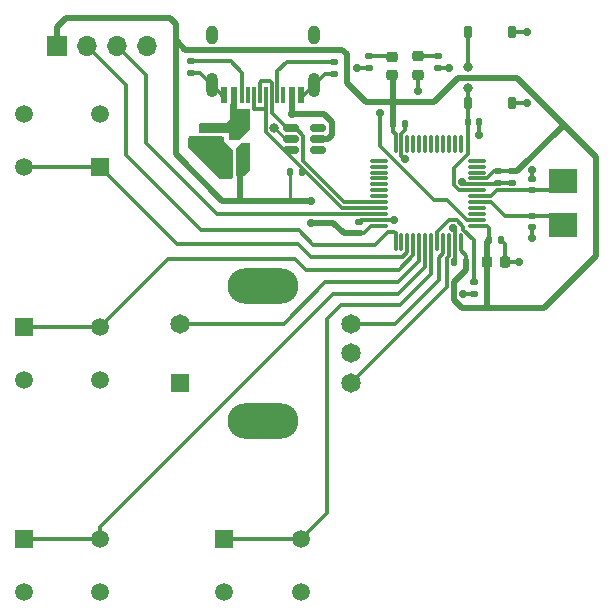
<source format=gtl>
G04 #@! TF.GenerationSoftware,KiCad,Pcbnew,(6.0.6-0)*
G04 #@! TF.CreationDate,2022-08-29T18:48:32+01:00*
G04 #@! TF.ProjectId,Spinny,5370696e-6e79-42e6-9b69-6361645f7063,rev?*
G04 #@! TF.SameCoordinates,Original*
G04 #@! TF.FileFunction,Copper,L1,Top*
G04 #@! TF.FilePolarity,Positive*
%FSLAX46Y46*%
G04 Gerber Fmt 4.6, Leading zero omitted, Abs format (unit mm)*
G04 Created by KiCad (PCBNEW (6.0.6-0)) date 2022-08-29 18:48:32*
%MOMM*%
%LPD*%
G01*
G04 APERTURE LIST*
G04 Aperture macros list*
%AMRoundRect*
0 Rectangle with rounded corners*
0 $1 Rounding radius*
0 $2 $3 $4 $5 $6 $7 $8 $9 X,Y pos of 4 corners*
0 Add a 4 corners polygon primitive as box body*
4,1,4,$2,$3,$4,$5,$6,$7,$8,$9,$2,$3,0*
0 Add four circle primitives for the rounded corners*
1,1,$1+$1,$2,$3*
1,1,$1+$1,$4,$5*
1,1,$1+$1,$6,$7*
1,1,$1+$1,$8,$9*
0 Add four rect primitives between the rounded corners*
20,1,$1+$1,$2,$3,$4,$5,0*
20,1,$1+$1,$4,$5,$6,$7,0*
20,1,$1+$1,$6,$7,$8,$9,0*
20,1,$1+$1,$8,$9,$2,$3,0*%
G04 Aperture macros list end*
G04 #@! TA.AperFunction,ComponentPad*
%ADD10C,1.508000*%
G04 #@! TD*
G04 #@! TA.AperFunction,ComponentPad*
%ADD11R,1.508000X1.508000*%
G04 #@! TD*
G04 #@! TA.AperFunction,SMDPad,CuDef*
%ADD12RoundRect,0.218750X-0.256250X0.218750X-0.256250X-0.218750X0.256250X-0.218750X0.256250X0.218750X0*%
G04 #@! TD*
G04 #@! TA.AperFunction,SMDPad,CuDef*
%ADD13RoundRect,0.135000X-0.185000X0.135000X-0.185000X-0.135000X0.185000X-0.135000X0.185000X0.135000X0*%
G04 #@! TD*
G04 #@! TA.AperFunction,SMDPad,CuDef*
%ADD14RoundRect,0.140000X-0.140000X-0.170000X0.140000X-0.170000X0.140000X0.170000X-0.140000X0.170000X0*%
G04 #@! TD*
G04 #@! TA.AperFunction,ComponentPad*
%ADD15R,1.650000X1.650000*%
G04 #@! TD*
G04 #@! TA.AperFunction,ComponentPad*
%ADD16C,1.650000*%
G04 #@! TD*
G04 #@! TA.AperFunction,ComponentPad*
%ADD17O,6.000000X3.000000*%
G04 #@! TD*
G04 #@! TA.AperFunction,SMDPad,CuDef*
%ADD18R,2.400000X2.000000*%
G04 #@! TD*
G04 #@! TA.AperFunction,SMDPad,CuDef*
%ADD19RoundRect,0.075000X0.662500X0.075000X-0.662500X0.075000X-0.662500X-0.075000X0.662500X-0.075000X0*%
G04 #@! TD*
G04 #@! TA.AperFunction,SMDPad,CuDef*
%ADD20RoundRect,0.075000X0.075000X0.662500X-0.075000X0.662500X-0.075000X-0.662500X0.075000X-0.662500X0*%
G04 #@! TD*
G04 #@! TA.AperFunction,SMDPad,CuDef*
%ADD21R,0.600000X1.450000*%
G04 #@! TD*
G04 #@! TA.AperFunction,SMDPad,CuDef*
%ADD22R,0.300000X1.450000*%
G04 #@! TD*
G04 #@! TA.AperFunction,ComponentPad*
%ADD23O,1.000000X1.600000*%
G04 #@! TD*
G04 #@! TA.AperFunction,ComponentPad*
%ADD24O,1.000000X2.100000*%
G04 #@! TD*
G04 #@! TA.AperFunction,SMDPad,CuDef*
%ADD25RoundRect,0.150000X0.150000X-0.587500X0.150000X0.587500X-0.150000X0.587500X-0.150000X-0.587500X0*%
G04 #@! TD*
G04 #@! TA.AperFunction,SMDPad,CuDef*
%ADD26RoundRect,0.140000X0.140000X0.170000X-0.140000X0.170000X-0.140000X-0.170000X0.140000X-0.170000X0*%
G04 #@! TD*
G04 #@! TA.AperFunction,SMDPad,CuDef*
%ADD27RoundRect,0.140000X-0.170000X0.140000X-0.170000X-0.140000X0.170000X-0.140000X0.170000X0.140000X0*%
G04 #@! TD*
G04 #@! TA.AperFunction,SMDPad,CuDef*
%ADD28RoundRect,0.140000X0.170000X-0.140000X0.170000X0.140000X-0.170000X0.140000X-0.170000X-0.140000X0*%
G04 #@! TD*
G04 #@! TA.AperFunction,SMDPad,CuDef*
%ADD29RoundRect,0.135000X-0.135000X-0.185000X0.135000X-0.185000X0.135000X0.185000X-0.135000X0.185000X0*%
G04 #@! TD*
G04 #@! TA.AperFunction,SMDPad,CuDef*
%ADD30RoundRect,0.225000X-0.225000X-0.250000X0.225000X-0.250000X0.225000X0.250000X-0.225000X0.250000X0*%
G04 #@! TD*
G04 #@! TA.AperFunction,SMDPad,CuDef*
%ADD31RoundRect,0.135000X0.185000X-0.135000X0.185000X0.135000X-0.185000X0.135000X-0.185000X-0.135000X0*%
G04 #@! TD*
G04 #@! TA.AperFunction,SMDPad,CuDef*
%ADD32RoundRect,0.150000X-0.512500X-0.150000X0.512500X-0.150000X0.512500X0.150000X-0.512500X0.150000X0*%
G04 #@! TD*
G04 #@! TA.AperFunction,ComponentPad*
%ADD33R,1.700000X1.700000*%
G04 #@! TD*
G04 #@! TA.AperFunction,ComponentPad*
%ADD34O,1.700000X1.700000*%
G04 #@! TD*
G04 #@! TA.AperFunction,SMDPad,CuDef*
%ADD35RoundRect,0.187500X0.187500X-0.312500X0.187500X0.312500X-0.187500X0.312500X-0.187500X-0.312500X0*%
G04 #@! TD*
G04 #@! TA.AperFunction,ViaPad*
%ADD36C,0.700000*%
G04 #@! TD*
G04 #@! TA.AperFunction,ViaPad*
%ADD37C,0.800000*%
G04 #@! TD*
G04 #@! TA.AperFunction,Conductor*
%ADD38C,0.500000*%
G04 #@! TD*
G04 #@! TA.AperFunction,Conductor*
%ADD39C,0.300000*%
G04 #@! TD*
G04 #@! TA.AperFunction,Conductor*
%ADD40C,0.250000*%
G04 #@! TD*
G04 APERTURE END LIST*
D10*
G04 #@! TO.P,SW2,1,1*
G04 #@! TO.N,BTN_2*
X136250000Y-97750000D03*
D11*
X129750000Y-97750000D03*
D10*
G04 #@! TO.P,SW2,2,2*
G04 #@! TO.N,GND*
X136250000Y-102250000D03*
X129750000Y-102250000D03*
G04 #@! TD*
D12*
G04 #@! TO.P,D1,1,K*
G04 #@! TO.N,Net-(D1-Pad1)*
X160950000Y-74877500D03*
G04 #@! TO.P,D1,2,A*
G04 #@! TO.N,+3.3VA*
X160950000Y-76452500D03*
G04 #@! TD*
D11*
G04 #@! TO.P,SW3,1,1*
G04 #@! TO.N,BTN_3*
X129750000Y-115750000D03*
D10*
X136250000Y-115750000D03*
G04 #@! TO.P,SW3,2,2*
G04 #@! TO.N,GND*
X136250000Y-120250000D03*
X129750000Y-120250000D03*
G04 #@! TD*
D13*
G04 #@! TO.P,R4,1*
G04 #@! TO.N,/BOOT0*
X167850000Y-93940000D03*
G04 #@! TO.P,R4,2*
G04 #@! TO.N,GND*
X167850000Y-94960000D03*
G04 #@! TD*
D14*
G04 #@! TO.P,C5,1*
G04 #@! TO.N,+3.3VA*
X161050000Y-80600000D03*
G04 #@! TO.P,C5,2*
G04 #@! TO.N,GND*
X162010000Y-80600000D03*
G04 #@! TD*
G04 #@! TO.P,C12,1*
G04 #@! TO.N,NRST*
X167370000Y-80450000D03*
G04 #@! TO.P,C12,2*
G04 #@! TO.N,GND*
X168330000Y-80450000D03*
G04 #@! TD*
D15*
G04 #@! TO.P,MT1,1*
G04 #@! TO.N,GND*
X143000000Y-102500000D03*
D16*
G04 #@! TO.P,MT1,2*
G04 #@! TO.N,BTN_5*
X143000000Y-97500000D03*
G04 #@! TO.P,MT1,A,A*
G04 #@! TO.N,ENC_A*
X157500000Y-102500000D03*
G04 #@! TO.P,MT1,B,B*
G04 #@! TO.N,ENC_B*
X157500000Y-97500000D03*
G04 #@! TO.P,MT1,COM,COM*
G04 #@! TO.N,GND*
X157500000Y-100000000D03*
D17*
G04 #@! TO.P,MT1,S1,SHIELD*
G04 #@! TO.N,unconnected-(MT1-PadS1)*
X150000000Y-105700000D03*
G04 #@! TO.P,MT1,S2,SHIELD*
G04 #@! TO.N,unconnected-(MT1-PadS2)*
X150000000Y-94300000D03*
G04 #@! TD*
D18*
G04 #@! TO.P,Y1,1,1*
G04 #@! TO.N,/HSE_IN*
X175410000Y-89120000D03*
G04 #@! TO.P,Y1,2,2*
G04 #@! TO.N,/HSE_OUT*
X175410000Y-85420000D03*
G04 #@! TD*
D10*
G04 #@! TO.P,SW1,1,1*
G04 #@! TO.N,BTN_1*
X129750000Y-84250000D03*
D11*
X136250000Y-84250000D03*
D10*
G04 #@! TO.P,SW1,2,2*
G04 #@! TO.N,GND*
X136250000Y-79750000D03*
X129750000Y-79750000D03*
G04 #@! TD*
D19*
G04 #@! TO.P,U3,1,VBAT*
G04 #@! TO.N,+3.3VA*
X168162500Y-89200000D03*
G04 #@! TO.P,U3,2,PC13*
G04 #@! TO.N,LED_STS*
X168162500Y-88700000D03*
G04 #@! TO.P,U3,3,PC14*
G04 #@! TO.N,unconnected-(U3-Pad3)*
X168162500Y-88200000D03*
G04 #@! TO.P,U3,4,PC15*
G04 #@! TO.N,unconnected-(U3-Pad4)*
X168162500Y-87700000D03*
G04 #@! TO.P,U3,5,PD0*
G04 #@! TO.N,/HSE_IN*
X168162500Y-87200000D03*
G04 #@! TO.P,U3,6,PD1*
G04 #@! TO.N,/HSE_OUT*
X168162500Y-86700000D03*
G04 #@! TO.P,U3,7,NRST*
G04 #@! TO.N,NRST*
X168162500Y-86200000D03*
G04 #@! TO.P,U3,8,VSSA*
G04 #@! TO.N,GND*
X168162500Y-85700000D03*
G04 #@! TO.P,U3,9,VDDA*
G04 #@! TO.N,+3.3VA*
X168162500Y-85200000D03*
G04 #@! TO.P,U3,10,PA0*
G04 #@! TO.N,unconnected-(U3-Pad10)*
X168162500Y-84700000D03*
G04 #@! TO.P,U3,11,PA1*
G04 #@! TO.N,unconnected-(U3-Pad11)*
X168162500Y-84200000D03*
G04 #@! TO.P,U3,12,PA2*
G04 #@! TO.N,unconnected-(U3-Pad12)*
X168162500Y-83700000D03*
D20*
G04 #@! TO.P,U3,13,PA3*
G04 #@! TO.N,unconnected-(U3-Pad13)*
X166750000Y-82287500D03*
G04 #@! TO.P,U3,14,PA4*
G04 #@! TO.N,unconnected-(U3-Pad14)*
X166250000Y-82287500D03*
G04 #@! TO.P,U3,15,PA5*
G04 #@! TO.N,unconnected-(U3-Pad15)*
X165750000Y-82287500D03*
G04 #@! TO.P,U3,16,PA6*
G04 #@! TO.N,unconnected-(U3-Pad16)*
X165250000Y-82287500D03*
G04 #@! TO.P,U3,17,PA7*
G04 #@! TO.N,unconnected-(U3-Pad17)*
X164750000Y-82287500D03*
G04 #@! TO.P,U3,18,PB0*
G04 #@! TO.N,unconnected-(U3-Pad18)*
X164250000Y-82287500D03*
G04 #@! TO.P,U3,19,PB1*
G04 #@! TO.N,unconnected-(U3-Pad19)*
X163750000Y-82287500D03*
G04 #@! TO.P,U3,20,PB2*
G04 #@! TO.N,unconnected-(U3-Pad20)*
X163250000Y-82287500D03*
G04 #@! TO.P,U3,21,PB10*
G04 #@! TO.N,unconnected-(U3-Pad21)*
X162750000Y-82287500D03*
G04 #@! TO.P,U3,22,PB11*
G04 #@! TO.N,unconnected-(U3-Pad22)*
X162250000Y-82287500D03*
G04 #@! TO.P,U3,23,VSS*
G04 #@! TO.N,GND*
X161750000Y-82287500D03*
G04 #@! TO.P,U3,24,VDD*
G04 #@! TO.N,+3.3VA*
X161250000Y-82287500D03*
D19*
G04 #@! TO.P,U3,25,PB12*
G04 #@! TO.N,unconnected-(U3-Pad25)*
X159837500Y-83700000D03*
G04 #@! TO.P,U3,26,PB13*
G04 #@! TO.N,unconnected-(U3-Pad26)*
X159837500Y-84200000D03*
G04 #@! TO.P,U3,27,PB14*
G04 #@! TO.N,unconnected-(U3-Pad27)*
X159837500Y-84700000D03*
G04 #@! TO.P,U3,28,PB15*
G04 #@! TO.N,unconnected-(U3-Pad28)*
X159837500Y-85200000D03*
G04 #@! TO.P,U3,29,PA8*
G04 #@! TO.N,unconnected-(U3-Pad29)*
X159837500Y-85700000D03*
G04 #@! TO.P,U3,30,PA9*
G04 #@! TO.N,unconnected-(U3-Pad30)*
X159837500Y-86200000D03*
G04 #@! TO.P,U3,31,PA10*
G04 #@! TO.N,unconnected-(U3-Pad31)*
X159837500Y-86700000D03*
G04 #@! TO.P,U3,32,PA11*
G04 #@! TO.N,USB_D-*
X159837500Y-87200000D03*
G04 #@! TO.P,U3,33,PA12*
G04 #@! TO.N,USB_D+*
X159837500Y-87700000D03*
G04 #@! TO.P,U3,34,PA13*
G04 #@! TO.N,SWDIO*
X159837500Y-88200000D03*
G04 #@! TO.P,U3,35,VSS*
G04 #@! TO.N,GND*
X159837500Y-88700000D03*
G04 #@! TO.P,U3,36,VDD*
G04 #@! TO.N,+3.3VA*
X159837500Y-89200000D03*
D20*
G04 #@! TO.P,U3,37,PA14*
G04 #@! TO.N,SWCLK*
X161250000Y-90612500D03*
G04 #@! TO.P,U3,38,PA15*
G04 #@! TO.N,unconnected-(U3-Pad38)*
X161750000Y-90612500D03*
G04 #@! TO.P,U3,39,PB3*
G04 #@! TO.N,BTN_1*
X162250000Y-90612500D03*
G04 #@! TO.P,U3,40,PB4*
G04 #@! TO.N,BTN_2*
X162750000Y-90612500D03*
G04 #@! TO.P,U3,41,PB5*
G04 #@! TO.N,BTN_5*
X163250000Y-90612500D03*
G04 #@! TO.P,U3,42,PB6*
G04 #@! TO.N,BTN_3*
X163750000Y-90612500D03*
G04 #@! TO.P,U3,43,PB7*
G04 #@! TO.N,BTN_4*
X164250000Y-90612500D03*
G04 #@! TO.P,U3,44,BOOT0*
G04 #@! TO.N,/BOOT0*
X164750000Y-90612500D03*
G04 #@! TO.P,U3,45,PB8*
G04 #@! TO.N,ENC_B*
X165250000Y-90612500D03*
G04 #@! TO.P,U3,46,PB9*
G04 #@! TO.N,ENC_A*
X165750000Y-90612500D03*
G04 #@! TO.P,U3,47,VSS*
G04 #@! TO.N,GND*
X166250000Y-90612500D03*
G04 #@! TO.P,U3,48,VDD*
G04 #@! TO.N,+3.3VA*
X166750000Y-90612500D03*
G04 #@! TD*
D21*
G04 #@! TO.P,J1,A1,GND*
G04 #@! TO.N,GND*
X153250000Y-78175000D03*
G04 #@! TO.P,J1,A4,VBUS*
G04 #@! TO.N,+5V*
X152450000Y-78175000D03*
D22*
G04 #@! TO.P,J1,A5,CC1*
G04 #@! TO.N,Net-(J1-PadA5)*
X151250000Y-78175000D03*
G04 #@! TO.P,J1,A6,D+*
G04 #@! TO.N,USB_D+*
X150250000Y-78175000D03*
G04 #@! TO.P,J1,A7,D-*
G04 #@! TO.N,USB_D-*
X149750000Y-78175000D03*
G04 #@! TO.P,J1,A8,SBU1*
G04 #@! TO.N,unconnected-(J1-PadA8)*
X148750000Y-78175000D03*
D21*
G04 #@! TO.P,J1,A9,VBUS*
G04 #@! TO.N,+5V*
X147550000Y-78175000D03*
G04 #@! TO.P,J1,A12,GND*
G04 #@! TO.N,GND*
X146750000Y-78175000D03*
G04 #@! TO.P,J1,B1,GND*
X146750000Y-78175000D03*
G04 #@! TO.P,J1,B4,VBUS*
G04 #@! TO.N,+5V*
X147550000Y-78175000D03*
D22*
G04 #@! TO.P,J1,B5,CC2*
G04 #@! TO.N,Net-(J1-PadB5)*
X148250000Y-78175000D03*
G04 #@! TO.P,J1,B6,D+*
G04 #@! TO.N,USB_D+*
X149250000Y-78175000D03*
G04 #@! TO.P,J1,B7,D-*
G04 #@! TO.N,USB_D-*
X150750000Y-78175000D03*
G04 #@! TO.P,J1,B8,SBU2*
G04 #@! TO.N,unconnected-(J1-PadB8)*
X151750000Y-78175000D03*
D21*
G04 #@! TO.P,J1,B9,VBUS*
G04 #@! TO.N,+5V*
X152450000Y-78175000D03*
G04 #@! TO.P,J1,B12,GND*
G04 #@! TO.N,GND*
X153250000Y-78175000D03*
D23*
G04 #@! TO.P,J1,S1,SHIELD*
X154320000Y-73080000D03*
D24*
X145680000Y-77260000D03*
X154320000Y-77260000D03*
D23*
X145680000Y-73080000D03*
G04 #@! TD*
D25*
G04 #@! TO.P,U1,1,GND*
G04 #@! TO.N,GND*
X146600000Y-82980000D03*
G04 #@! TO.P,U1,2,VO*
G04 #@! TO.N,+3.3VA*
X148500000Y-82980000D03*
G04 #@! TO.P,U1,3,VI*
G04 #@! TO.N,+5V*
X147550000Y-81105000D03*
G04 #@! TD*
D26*
G04 #@! TO.P,C7,1*
G04 #@! TO.N,+3.3VA*
X167180000Y-92300000D03*
G04 #@! TO.P,C7,2*
G04 #@! TO.N,GND*
X166220000Y-92300000D03*
G04 #@! TD*
D13*
G04 #@! TO.P,R6,1*
G04 #@! TO.N,Net-(D2-Pad1)*
X164850000Y-74840000D03*
G04 #@! TO.P,R6,2*
G04 #@! TO.N,GND*
X164850000Y-75860000D03*
G04 #@! TD*
D14*
G04 #@! TO.P,C4,1*
G04 #@! TO.N,+3.3VA*
X169200000Y-90400000D03*
G04 #@! TO.P,C4,2*
G04 #@! TO.N,GND*
X170160000Y-90400000D03*
G04 #@! TD*
D12*
G04 #@! TO.P,D2,1,K*
G04 #@! TO.N,Net-(D2-Pad1)*
X163150000Y-74840000D03*
G04 #@! TO.P,D2,2,A*
G04 #@! TO.N,LED_STS*
X163150000Y-76415000D03*
G04 #@! TD*
D27*
G04 #@! TO.P,C8,1*
G04 #@! TO.N,+3.3VA*
X171150000Y-84600000D03*
G04 #@! TO.P,C8,2*
G04 #@! TO.N,GND*
X171150000Y-85560000D03*
G04 #@! TD*
G04 #@! TO.P,C10,1*
G04 #@! TO.N,/HSE_IN*
X172810000Y-88350000D03*
G04 #@! TO.P,C10,2*
G04 #@! TO.N,GND*
X172810000Y-89310000D03*
G04 #@! TD*
G04 #@! TO.P,C1,1*
G04 #@! TO.N,+5V*
X145100000Y-81020000D03*
G04 #@! TO.P,C1,2*
G04 #@! TO.N,GND*
X145100000Y-81980000D03*
G04 #@! TD*
D13*
G04 #@! TO.P,R1,1*
G04 #@! TO.N,Net-(J1-PadA5)*
X156050000Y-75300000D03*
G04 #@! TO.P,R1,2*
G04 #@! TO.N,GND*
X156050000Y-76320000D03*
G04 #@! TD*
G04 #@! TO.P,R3,1*
G04 #@! TO.N,Net-(D1-Pad1)*
X159000000Y-74850000D03*
G04 #@! TO.P,R3,2*
G04 #@! TO.N,GND*
X159000000Y-75870000D03*
G04 #@! TD*
D28*
G04 #@! TO.P,C11,1*
G04 #@! TO.N,/HSE_OUT*
X172810000Y-86186000D03*
G04 #@! TO.P,C11,2*
G04 #@! TO.N,GND*
X172810000Y-85226000D03*
G04 #@! TD*
D29*
G04 #@! TO.P,R5,1*
G04 #@! TO.N,+3.3VA*
X152290000Y-84680000D03*
G04 #@! TO.P,R5,2*
G04 #@! TO.N,USB_D+*
X153310000Y-84680000D03*
G04 #@! TD*
D30*
G04 #@! TO.P,C3,1*
G04 #@! TO.N,+3.3VA*
X169000000Y-92300000D03*
G04 #@! TO.P,C3,2*
G04 #@! TO.N,GND*
X170550000Y-92300000D03*
G04 #@! TD*
D31*
G04 #@! TO.P,R2,1*
G04 #@! TO.N,GND*
X143940000Y-76310000D03*
G04 #@! TO.P,R2,2*
G04 #@! TO.N,Net-(J1-PadB5)*
X143940000Y-75290000D03*
G04 #@! TD*
D28*
G04 #@! TO.P,C6,1*
G04 #@! TO.N,+3.3VA*
X158150000Y-89850000D03*
G04 #@! TO.P,C6,2*
G04 #@! TO.N,GND*
X158150000Y-88890000D03*
G04 #@! TD*
D32*
G04 #@! TO.P,U2,1,IO1*
G04 #@! TO.N,USB_D-*
X152382500Y-80930000D03*
G04 #@! TO.P,U2,2,VN*
G04 #@! TO.N,GND*
X152382500Y-81880000D03*
G04 #@! TO.P,U2,3,IO2*
G04 #@! TO.N,USB_D+*
X152382500Y-82830000D03*
G04 #@! TO.P,U2,4,IO3*
G04 #@! TO.N,unconnected-(U2-Pad4)*
X154657500Y-82830000D03*
G04 #@! TO.P,U2,5,VP*
G04 #@! TO.N,+5V*
X154657500Y-81880000D03*
G04 #@! TO.P,U2,6,IO4*
G04 #@! TO.N,unconnected-(U2-Pad6)*
X154657500Y-80930000D03*
G04 #@! TD*
D27*
G04 #@! TO.P,C9,1*
G04 #@! TO.N,+3.3VA*
X169900000Y-84600000D03*
G04 #@! TO.P,C9,2*
G04 #@! TO.N,GND*
X169900000Y-85560000D03*
G04 #@! TD*
D33*
G04 #@! TO.P,J2,1,Pin_1*
G04 #@! TO.N,+3.3VA*
X132600000Y-73990000D03*
D34*
G04 #@! TO.P,J2,2,Pin_2*
G04 #@! TO.N,SWCLK*
X135140000Y-73990000D03*
G04 #@! TO.P,J2,3,Pin_3*
G04 #@! TO.N,SWDIO*
X137680000Y-73990000D03*
G04 #@! TO.P,J2,4,Pin_4*
G04 #@! TO.N,GND*
X140220000Y-73990000D03*
G04 #@! TD*
D26*
G04 #@! TO.P,C2,1*
G04 #@! TO.N,+3.3VA*
X148060000Y-84580000D03*
G04 #@! TO.P,C2,2*
G04 #@! TO.N,GND*
X147100000Y-84580000D03*
G04 #@! TD*
D11*
G04 #@! TO.P,SW4,1,1*
G04 #@! TO.N,BTN_4*
X146750000Y-115750000D03*
D10*
X153250000Y-115750000D03*
G04 #@! TO.P,SW4,2,2*
G04 #@! TO.N,GND*
X146750000Y-120250000D03*
X153250000Y-120250000D03*
G04 #@! TD*
D35*
G04 #@! TO.P,SW5,1,1*
G04 #@! TO.N,NRST*
X167375000Y-78800000D03*
X167375000Y-72800000D03*
G04 #@! TO.P,SW5,2,2*
G04 #@! TO.N,GND*
X171125000Y-72800000D03*
X171125000Y-78800000D03*
G04 #@! TD*
D36*
G04 #@! TO.N,+5V*
X148400000Y-79730000D03*
X152450000Y-79730000D03*
G04 #@! TO.N,GND*
X172390000Y-72820000D03*
X172814992Y-84484992D03*
X166130000Y-89400000D03*
X166910560Y-85481304D03*
X172810000Y-90200000D03*
X165750000Y-75850000D03*
X168300000Y-81500000D03*
X166999500Y-94950000D03*
X171700000Y-92300000D03*
X146250000Y-84580000D03*
D37*
X150999500Y-80930000D03*
D36*
X145500000Y-82830000D03*
X172407500Y-78830000D03*
X144200000Y-82030000D03*
X158000000Y-75850000D03*
X145500000Y-83630000D03*
X161100000Y-88700000D03*
X162031166Y-83566561D03*
G04 #@! TO.N,+3.3VA*
X154070000Y-88990000D03*
X154070000Y-87070000D03*
D37*
G04 #@! TO.N,NRST*
X167380000Y-75790000D03*
X167360000Y-77580000D03*
D36*
G04 #@! TO.N,LED_STS*
X163150000Y-77800000D03*
X159900000Y-79650000D03*
G04 #@! TD*
D38*
G04 #@! TO.N,+5V*
X155860000Y-81520000D02*
X155500000Y-81880000D01*
X147550000Y-79730000D02*
X147550000Y-81105000D01*
X147550000Y-78225000D02*
X147550000Y-79730000D01*
X147550000Y-79730000D02*
X148400000Y-79730000D01*
X155180000Y-79730000D02*
X155860000Y-80410000D01*
X152450000Y-79730000D02*
X155180000Y-79730000D01*
X155860000Y-80410000D02*
X155860000Y-81520000D01*
X145100000Y-81020000D02*
X147465000Y-81020000D01*
X155500000Y-81880000D02*
X154487500Y-81880000D01*
X147465000Y-81020000D02*
X147550000Y-81105000D01*
X152450000Y-79730000D02*
X152450000Y-78225000D01*
D39*
G04 #@! TO.N,GND*
X159837500Y-88700000D02*
X161100000Y-88700000D01*
X166250000Y-90612500D02*
X166250000Y-92270000D01*
D40*
X151949500Y-81880000D02*
X150999500Y-80930000D01*
D39*
X164850000Y-75860000D02*
X165740000Y-75860000D01*
X167129256Y-85700000D02*
X166910560Y-85481304D01*
X170160000Y-90400000D02*
X170200000Y-90400000D01*
X169760000Y-85700000D02*
X168162500Y-85700000D01*
X167850000Y-94960000D02*
X167009500Y-94960000D01*
X153405000Y-78225000D02*
X154320000Y-77310000D01*
X169900000Y-85560000D02*
X171150000Y-85560000D01*
X144730000Y-76310000D02*
X145680000Y-77260000D01*
X170550000Y-90750000D02*
X170550000Y-92300000D01*
X165740000Y-75860000D02*
X165750000Y-75850000D01*
X170200000Y-90400000D02*
X170550000Y-90750000D01*
X172810000Y-84489984D02*
X172814992Y-84484992D01*
X155260000Y-76320000D02*
X154320000Y-77260000D01*
X172810000Y-85226000D02*
X172810000Y-84489984D01*
X167009500Y-94960000D02*
X166999500Y-94950000D01*
X146750000Y-78225000D02*
X146595000Y-78225000D01*
X172407500Y-78830000D02*
X171132500Y-78830000D01*
X159000000Y-75870000D02*
X158020000Y-75870000D01*
X161750000Y-82300000D02*
X161750000Y-81400000D01*
X158340000Y-88700000D02*
X158150000Y-88890000D01*
X161750000Y-81400000D02*
X162010000Y-81140000D01*
X168162500Y-85700000D02*
X167129256Y-85700000D01*
X143940000Y-76310000D02*
X144730000Y-76310000D01*
X158020000Y-75870000D02*
X158000000Y-75850000D01*
X169900000Y-85560000D02*
X169760000Y-85700000D01*
X156050000Y-76320000D02*
X155260000Y-76320000D01*
X170550000Y-92300000D02*
X171700000Y-92300000D01*
X168330000Y-80450000D02*
X168330000Y-81470000D01*
X161750000Y-83285395D02*
X162031166Y-83566561D01*
X146595000Y-78175000D02*
X145680000Y-77260000D01*
X172390000Y-72820000D02*
X171115000Y-72820000D01*
D40*
X152382500Y-81880000D02*
X151949500Y-81880000D01*
D39*
X166250000Y-90612500D02*
X166250000Y-89400000D01*
X166250000Y-92270000D02*
X166220000Y-92300000D01*
X161750000Y-82287500D02*
X161750000Y-83285395D01*
X159837500Y-88700000D02*
X158340000Y-88700000D01*
X153250000Y-78225000D02*
X153405000Y-78225000D01*
X172810000Y-90200000D02*
X172810000Y-89310000D01*
X162010000Y-81140000D02*
X162010000Y-80600000D01*
X146750000Y-78175000D02*
X146595000Y-78175000D01*
X168330000Y-81470000D02*
X168300000Y-81500000D01*
D38*
G04 #@! TO.N,+3.3VA*
X160950000Y-76452500D02*
X160952500Y-76452500D01*
D39*
X168162500Y-85200000D02*
X169000361Y-85200000D01*
D38*
X143460000Y-74340000D02*
X156750000Y-74340000D01*
X142640000Y-74040000D02*
X142640000Y-72090000D01*
D39*
X169900000Y-84600000D02*
X171150000Y-84600000D01*
D38*
X161050000Y-80600000D02*
X161050000Y-78750000D01*
X171569320Y-84600000D02*
X175500000Y-80669320D01*
X167180000Y-92970000D02*
X167180000Y-92300000D01*
X166530000Y-76720000D02*
X164500000Y-78750000D01*
X166200000Y-95450000D02*
X166900000Y-96150000D01*
X178200000Y-83350000D02*
X178200000Y-91740000D01*
D39*
X166750000Y-90612500D02*
X166750000Y-91300000D01*
D38*
X166900000Y-96150000D02*
X169000000Y-96150000D01*
X142640000Y-74060000D02*
X142640000Y-83140000D01*
D39*
X168162500Y-89200000D02*
X169000000Y-89200000D01*
D38*
X164500000Y-78750000D02*
X161050000Y-78750000D01*
X157110000Y-74700000D02*
X157110000Y-77110000D01*
D39*
X161050000Y-80600000D02*
X161050000Y-81250000D01*
D40*
X152290000Y-84680000D02*
X152290000Y-87080000D01*
D38*
X152290000Y-87080000D02*
X154060000Y-87080000D01*
X161050000Y-78750000D02*
X158750000Y-78750000D01*
D39*
X158550000Y-89850000D02*
X158150000Y-89850000D01*
D38*
X166200000Y-93950000D02*
X166200000Y-95450000D01*
D39*
X167180000Y-91730000D02*
X167180000Y-92300000D01*
D38*
X148060000Y-87080000D02*
X152290000Y-87080000D01*
X132600000Y-72350000D02*
X132600000Y-74100000D01*
X169000000Y-96150000D02*
X173790000Y-96150000D01*
D39*
X169600361Y-84600000D02*
X169900000Y-84600000D01*
D38*
X161050000Y-78750000D02*
X161050000Y-76552500D01*
X175500000Y-80650000D02*
X178200000Y-83350000D01*
X142640000Y-83140000D02*
X146580000Y-87080000D01*
X146580000Y-87080000D02*
X148060000Y-87080000D01*
X171569320Y-84600000D02*
X171150000Y-84600000D01*
X169000000Y-92300000D02*
X169000000Y-96150000D01*
X156850000Y-89850000D02*
X158150000Y-89850000D01*
X154070000Y-88990000D02*
X155990000Y-88990000D01*
X133360000Y-71590000D02*
X132600000Y-72350000D01*
D39*
X159837500Y-89212500D02*
X159187500Y-89212500D01*
X161050000Y-81250000D02*
X161250000Y-81450000D01*
X166750000Y-91300000D02*
X167180000Y-91730000D01*
D38*
X155990000Y-88990000D02*
X156850000Y-89850000D01*
X169000000Y-92300000D02*
X169000000Y-90600000D01*
X161050000Y-76552500D02*
X160950000Y-76452500D01*
X175500000Y-80669320D02*
X175500000Y-80650000D01*
X142140000Y-71590000D02*
X133360000Y-71590000D01*
X154060000Y-87080000D02*
X154070000Y-87070000D01*
D39*
X169000361Y-85200000D02*
X169600361Y-84600000D01*
D38*
X173790000Y-96150000D02*
X178200000Y-91740000D01*
X166200000Y-93950000D02*
X167180000Y-92970000D01*
X148060000Y-87080000D02*
X148060000Y-84580000D01*
X156750000Y-74340000D02*
X157110000Y-74700000D01*
D39*
X161250000Y-81450000D02*
X161250000Y-82300000D01*
X159187500Y-89212500D02*
X158550000Y-89850000D01*
X169000000Y-89200000D02*
X169200000Y-89400000D01*
D38*
X169000000Y-90600000D02*
X169200000Y-90400000D01*
X142640000Y-72090000D02*
X142140000Y-71590000D01*
X157110000Y-77110000D02*
X158750000Y-78750000D01*
D39*
X169200000Y-89400000D02*
X169200000Y-90400000D01*
D38*
X175500000Y-80650000D02*
X171570000Y-76720000D01*
X171570000Y-76720000D02*
X166530000Y-76720000D01*
X143460000Y-74340000D02*
X142720000Y-73600000D01*
D39*
G04 #@! TO.N,/HSE_IN*
X175200000Y-88350000D02*
X175950000Y-89100000D01*
X170500000Y-88350000D02*
X172950000Y-88350000D01*
X169350000Y-87200000D02*
X170500000Y-88350000D01*
X172950000Y-88350000D02*
X175200000Y-88350000D01*
X168162500Y-87200000D02*
X169350000Y-87200000D01*
G04 #@! TO.N,/HSE_OUT*
X169350000Y-86700000D02*
X169850480Y-86199520D01*
X168162500Y-86700000D02*
X169350000Y-86700000D01*
X172936480Y-86199520D02*
X172950000Y-86186000D01*
X169850480Y-86199520D02*
X172936480Y-86199520D01*
X175164000Y-86186000D02*
X175950000Y-85400000D01*
X172950000Y-86186000D02*
X175164000Y-86186000D01*
G04 #@! TO.N,NRST*
X167370000Y-83154639D02*
X167370000Y-80450000D01*
X167380000Y-72805000D02*
X167375000Y-72800000D01*
X166211049Y-85771052D02*
X166211049Y-84313590D01*
X167375000Y-78800000D02*
X167375000Y-77595000D01*
X167375000Y-80405000D02*
X167330000Y-80450000D01*
X167375000Y-77595000D02*
X167360000Y-77580000D01*
X166211049Y-84313590D02*
X167370000Y-83154639D01*
X166639997Y-86200000D02*
X166211049Y-85771052D01*
X167380000Y-75790000D02*
X167380000Y-72805000D01*
X168162500Y-86200000D02*
X166639997Y-86200000D01*
X167375000Y-78800000D02*
X167375000Y-80405000D01*
G04 #@! TO.N,Net-(D1-Pad1)*
X159000000Y-74850000D02*
X160772500Y-74850000D01*
X160772500Y-74850000D02*
X160800000Y-74877500D01*
G04 #@! TO.N,Net-(D2-Pad1)*
X164850000Y-74840000D02*
X163150000Y-74840000D01*
G04 #@! TO.N,LED_STS*
X165600000Y-87000000D02*
X167300000Y-88700000D01*
X167300000Y-88700000D02*
X168162500Y-88700000D01*
X159900000Y-79650000D02*
X159900000Y-82424639D01*
X163150000Y-76415000D02*
X163150000Y-77800000D01*
X164475361Y-87000000D02*
X165600000Y-87000000D01*
X159900000Y-82424639D02*
X164475361Y-87000000D01*
G04 #@! TO.N,Net-(J1-PadA5)*
X151250000Y-76093114D02*
X152043114Y-75300000D01*
X151250000Y-78225000D02*
X151250000Y-76093114D01*
X152043114Y-75300000D02*
X156050000Y-75300000D01*
G04 #@! TO.N,USB_D+*
X150250000Y-78225000D02*
X150250000Y-79330000D01*
X149250000Y-79299022D02*
X149280978Y-79330000D01*
X149250000Y-78225000D02*
X149250000Y-79299022D01*
X159837500Y-87700000D02*
X156696446Y-87700000D01*
X150250000Y-81253554D02*
X150250000Y-79330000D01*
X149280978Y-79330000D02*
X150250000Y-79330000D01*
X156696446Y-87700000D02*
X150250000Y-81253554D01*
G04 #@! TO.N,USB_D-*
X149880000Y-76970000D02*
X150620000Y-76970000D01*
X159837500Y-87200000D02*
X156903554Y-87200000D01*
X149750000Y-77100000D02*
X149880000Y-76970000D01*
X150620000Y-76970000D02*
X150750000Y-77100000D01*
X152060161Y-80930000D02*
X150750000Y-79619839D01*
X153440000Y-83736446D02*
X153440000Y-81567893D01*
X150750000Y-79619839D02*
X150750000Y-78225000D01*
X152802107Y-80930000D02*
X152382500Y-80930000D01*
X152382500Y-80930000D02*
X152060161Y-80930000D01*
X150750000Y-77100000D02*
X150750000Y-78175000D01*
X152212500Y-80930000D02*
X152180000Y-80930000D01*
X153440000Y-81567893D02*
X152802107Y-80930000D01*
X152631427Y-80930000D02*
X152212500Y-80930000D01*
X156903554Y-87200000D02*
X153440000Y-83736446D01*
X149750000Y-78175000D02*
X149750000Y-77100000D01*
G04 #@! TO.N,Net-(J1-PadB5)*
X148250000Y-78175000D02*
X148250000Y-76256884D01*
X147283116Y-75290000D02*
X143940000Y-75290000D01*
X148250000Y-76256884D02*
X147283116Y-75290000D01*
G04 #@! TO.N,SWCLK*
X159550000Y-90800000D02*
X154300000Y-90800000D01*
X138400000Y-83200000D02*
X138400000Y-77250000D01*
X138400000Y-77250000D02*
X135140000Y-73990000D01*
X161250000Y-89850000D02*
X161100000Y-89700000D01*
X161100000Y-89700000D02*
X160650000Y-89700000D01*
X161250000Y-90625000D02*
X161250000Y-89850000D01*
X144735000Y-89535000D02*
X138400000Y-83200000D01*
X160650000Y-89700000D02*
X159550000Y-90800000D01*
X153035000Y-89535000D02*
X144735000Y-89535000D01*
X154300000Y-90800000D02*
X153035000Y-89535000D01*
G04 #@! TO.N,SWDIO*
X146130000Y-88200000D02*
X140090000Y-82160000D01*
X140090000Y-76400000D02*
X137680000Y-73990000D01*
X140090000Y-82160000D02*
X140090000Y-76400000D01*
X159837500Y-88200000D02*
X146130000Y-88200000D01*
G04 #@! TO.N,/BOOT0*
X164750000Y-89710000D02*
X164750000Y-90612500D01*
X165759511Y-88700489D02*
X164750000Y-89710000D01*
X166419748Y-88700489D02*
X165759511Y-88700489D01*
X167000841Y-89525480D02*
X167000841Y-89281582D01*
X167850000Y-90374639D02*
X167000841Y-89525480D01*
X167000841Y-89281582D02*
X166419748Y-88700489D01*
X167850000Y-93940000D02*
X167850000Y-90374639D01*
G04 #@! TO.N,ENC_A*
X165750000Y-91760978D02*
X165590480Y-91920498D01*
X165590480Y-91920498D02*
X165590480Y-94409520D01*
X165590480Y-94409520D02*
X157500000Y-102500000D01*
X165750000Y-90625000D02*
X165750000Y-91760978D01*
G04 #@! TO.N,ENC_B*
X165250000Y-91554550D02*
X164900000Y-91904550D01*
X164900000Y-93780000D02*
X161180000Y-97500000D01*
X165250000Y-90625000D02*
X165250000Y-91554550D01*
X161180000Y-97500000D02*
X157500000Y-97500000D01*
X164900000Y-91904550D02*
X164900000Y-93780000D01*
G04 #@! TO.N,BTN_1*
X152960000Y-90710000D02*
X142710000Y-90710000D01*
X154106431Y-91856431D02*
X152960000Y-90710000D01*
X162250000Y-91462861D02*
X161856431Y-91856431D01*
X136250000Y-84250000D02*
X129750000Y-84250000D01*
X142710000Y-90710000D02*
X136250000Y-84250000D01*
X162250000Y-90625000D02*
X162250000Y-91462861D01*
X161856431Y-91856431D02*
X154106431Y-91856431D01*
G04 #@! TO.N,BTN_2*
X161500000Y-92950000D02*
X162750480Y-91699520D01*
X142000000Y-92000000D02*
X136250000Y-97750000D01*
X136250000Y-97750000D02*
X129750000Y-97750000D01*
X152700000Y-92000000D02*
X142000000Y-92000000D01*
X153650000Y-92950000D02*
X161500000Y-92950000D01*
X152700000Y-92000000D02*
X153650000Y-92950000D01*
X162750480Y-91699520D02*
X162750480Y-91200000D01*
G04 #@! TO.N,BTN_3*
X136250000Y-114670000D02*
X136250000Y-115750000D01*
X161458572Y-94981428D02*
X155938572Y-94981428D01*
X163750000Y-90625000D02*
X163750000Y-92690000D01*
X163750000Y-92690000D02*
X161458572Y-94981428D01*
X136250000Y-115750000D02*
X129750000Y-115750000D01*
X155938572Y-94981428D02*
X136250000Y-114670000D01*
G04 #@! TO.N,BTN_4*
X161620000Y-95940000D02*
X164250000Y-93310000D01*
X155440000Y-97110000D02*
X156610000Y-95940000D01*
X153250000Y-115750000D02*
X146750000Y-115750000D01*
X155440000Y-113560000D02*
X155440000Y-97110000D01*
X156610000Y-95940000D02*
X161620000Y-95940000D01*
X164250000Y-93310000D02*
X164250000Y-90625000D01*
X153250000Y-115750000D02*
X155440000Y-113560000D01*
G04 #@! TO.N,BTN_5*
X163250480Y-91100000D02*
X163250480Y-92169520D01*
X151770000Y-97500000D02*
X143000000Y-97500000D01*
X163250480Y-92169520D02*
X161441786Y-93978214D01*
X161441786Y-93978214D02*
X155291786Y-93978214D01*
X155291786Y-93978214D02*
X151770000Y-97500000D01*
G04 #@! TD*
G04 #@! TA.AperFunction,Conductor*
G04 #@! TO.N,GND*
G36*
X146642121Y-81650002D02*
G01*
X146688614Y-81703658D01*
X146700000Y-81756000D01*
X146700000Y-82080000D01*
X146734507Y-82109906D01*
X146739612Y-82114330D01*
X147405257Y-82691223D01*
X147423594Y-82710918D01*
X147424527Y-82712164D01*
X147446791Y-82760910D01*
X147447122Y-82762432D01*
X147450000Y-82789208D01*
X147450000Y-85104000D01*
X147429998Y-85172121D01*
X147376342Y-85218614D01*
X147324000Y-85230000D01*
X146353831Y-85230000D01*
X146329277Y-85227584D01*
X146327762Y-85227283D01*
X146282311Y-85208462D01*
X146281024Y-85207602D01*
X146261934Y-85191934D01*
X143738066Y-82668066D01*
X143722398Y-82648976D01*
X143721538Y-82647689D01*
X143702717Y-82602238D01*
X143702416Y-82600723D01*
X143700000Y-82576169D01*
X143700000Y-81756000D01*
X143720002Y-81687879D01*
X143773658Y-81641386D01*
X143826000Y-81630000D01*
X146574000Y-81630000D01*
X146642121Y-81650002D01*
G37*
G04 #@! TD.AperFunction*
G04 #@! TD*
G04 #@! TA.AperFunction,Conductor*
G04 #@! TO.N,+3.3VA*
G36*
X148892121Y-82200002D02*
G01*
X148938614Y-82253658D01*
X148950000Y-82306000D01*
X148950000Y-84426169D01*
X148947584Y-84450723D01*
X148947283Y-84452238D01*
X148928462Y-84497689D01*
X148927602Y-84498976D01*
X148911934Y-84518066D01*
X148438066Y-84991934D01*
X148418976Y-85007602D01*
X148417689Y-85008462D01*
X148372238Y-85027283D01*
X148370723Y-85027584D01*
X148346169Y-85030000D01*
X147826000Y-85030000D01*
X147757879Y-85009998D01*
X147711386Y-84956342D01*
X147700000Y-84904000D01*
X147700000Y-82733831D01*
X147702416Y-82709277D01*
X147702717Y-82707762D01*
X147721538Y-82662311D01*
X147722398Y-82661024D01*
X147738066Y-82641934D01*
X148161934Y-82218066D01*
X148181024Y-82202398D01*
X148182311Y-82201538D01*
X148227762Y-82182717D01*
X148229277Y-82182416D01*
X148253831Y-82180000D01*
X148824000Y-82180000D01*
X148892121Y-82200002D01*
G37*
G04 #@! TD.AperFunction*
G04 #@! TD*
G04 #@! TA.AperFunction,Conductor*
G04 #@! TO.N,+5V*
G36*
X147792121Y-78850002D02*
G01*
X147838614Y-78903658D01*
X147850000Y-78956000D01*
X147850000Y-79280000D01*
X148774000Y-79280000D01*
X148842121Y-79300002D01*
X148888614Y-79353658D01*
X148900000Y-79406000D01*
X148900000Y-81026169D01*
X148897584Y-81050723D01*
X148897283Y-81052238D01*
X148878462Y-81097689D01*
X148877602Y-81098976D01*
X148861934Y-81118066D01*
X148038066Y-81941934D01*
X148018976Y-81957602D01*
X148017689Y-81958462D01*
X147972238Y-81977283D01*
X147970723Y-81977584D01*
X147946169Y-81980000D01*
X147276000Y-81980000D01*
X147207879Y-81959998D01*
X147161386Y-81906342D01*
X147150000Y-81854000D01*
X147150000Y-81330000D01*
X144726000Y-81330000D01*
X144657879Y-81309998D01*
X144611386Y-81256342D01*
X144600000Y-81204000D01*
X144600000Y-80656000D01*
X144620002Y-80587879D01*
X144673658Y-80541386D01*
X144726000Y-80530000D01*
X146900000Y-80530000D01*
X147250000Y-80180000D01*
X147250000Y-78956000D01*
X147270002Y-78887879D01*
X147323658Y-78841386D01*
X147376000Y-78830000D01*
X147724000Y-78830000D01*
X147792121Y-78850002D01*
G37*
G04 #@! TD.AperFunction*
G04 #@! TD*
M02*

</source>
